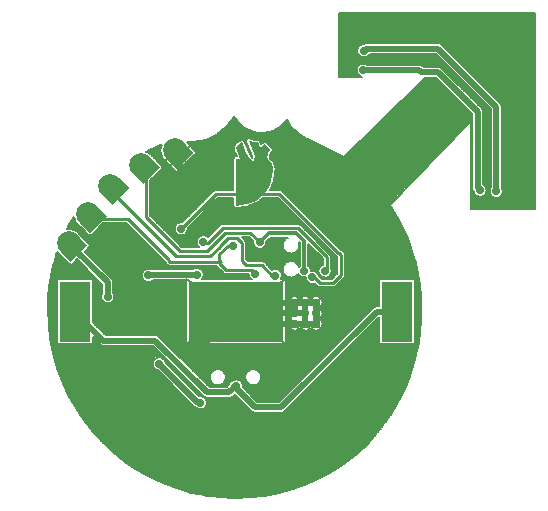
<source format=gbl>
G04 DipTrace 2.4.0.2*
%INmale.gbl*%
%MOMM*%
%ADD13C,0.508*%
%ADD15C,0.254*%
%ADD16C,0.305*%
%ADD18C,0.152*%
%ADD25C,0.711*%
%ADD37R,2.6X5.08*%
%ADD38R,8.0X5.08*%
%ADD43C,2.0*%
%ADD45C,0.711*%
%FSLAX53Y53*%
G04*
G71*
G90*
G75*
G01*
%LNBottom*%
%LPD*%
X23621Y18798D2*
D13*
X23429D1*
X20129Y22097D1*
X23341Y29645D2*
X19268D1*
X19196Y29573D1*
X15780Y27784D2*
Y28979D1*
X12907Y31852D1*
X12465Y32294D1*
X26024Y24464D2*
X26620Y25060D1*
Y26485D1*
X32496Y26365D2*
X26740D1*
X26620Y26485D1*
X32496Y26365D2*
X31596D1*
Y27265D1*
X32496D1*
X33396D1*
Y26365D1*
Y25465D1*
X32496D1*
X31596D1*
X22166Y23698D2*
X23834D1*
X26620Y26485D1*
X29486Y25920D2*
X27186D1*
X26620Y26485D1*
X31596Y26365D2*
X29932D1*
X29486Y25920D1*
X32496Y26365D2*
Y27265D1*
X27400D1*
X26620Y26485D1*
X32496Y25465D2*
X27640D1*
X26620Y26485D1*
X32496Y25465D2*
Y26365D1*
X23235Y27836D2*
X25270D1*
X26620Y26485D1*
X21888Y39711D2*
X21446Y40153D1*
X21888Y39711D2*
Y36135D1*
X22725Y35299D1*
X26365Y32098D2*
D15*
X25926D1*
X25219Y31391D1*
Y30919D1*
Y30590D1*
X25815Y29994D1*
X27983D1*
X28260Y29717D1*
X14536Y34317D2*
X17500D1*
X20518Y31299D1*
X20563D1*
X20993Y30869D1*
Y30740D1*
X25398D1*
X25219Y30919D1*
X14536Y34317D2*
D13*
X14094Y34759D1*
X32403Y29978D2*
D16*
Y32451D1*
X31709Y33145D1*
X29386D1*
X28637Y32396D1*
X19021Y38487D2*
D15*
Y34515D1*
X21870Y31666D1*
X24204D1*
X25730Y33191D1*
X27841D1*
X28637Y32396D1*
X19021Y38487D2*
D13*
X18579Y38929D1*
X16422Y36725D2*
X15980Y37167D1*
X29959Y29562D2*
D15*
X29712D1*
X28842Y30433D1*
X27516D1*
X27143Y30806D1*
Y32339D1*
X26708Y32774D1*
X25983D1*
X25237Y32028D1*
Y31987D1*
X24470Y31220D1*
X23112D1*
X23091Y31241D1*
X21513D1*
X16029Y36725D1*
X16422D1*
X40260Y26485D2*
D13*
X38541D1*
X30476Y18421D1*
X28240D1*
X26445Y20215D1*
X26663D1*
X26596D1*
X26056Y19676D1*
X24203D1*
X19817Y24062D1*
X15404D1*
X12980Y26485D1*
X37407Y46948D2*
X42139D1*
X42322Y46764D1*
X43747D1*
X47100Y43411D1*
Y36979D1*
X47284Y36795D1*
X48662Y36703D2*
Y43870D1*
X43747Y48786D1*
X37636D1*
X37453Y48602D1*
X23868Y32435D2*
D15*
Y32347D1*
X24241D1*
X25507Y33613D1*
X31861D1*
X34310Y31164D1*
Y30100D1*
X34171Y29961D1*
X33090Y29407D2*
X33256D1*
X33755Y28907D1*
X34865D1*
X35558Y29601D1*
Y31292D1*
X35392Y31459D1*
X35308D1*
X30289Y36478D1*
X27803D1*
X24939D1*
X21992Y33531D1*
X27803Y36478D2*
D13*
Y38624D1*
X28198Y38229D1*
D45*
X26024Y24464D3*
X29959Y29562D3*
X15780Y27784D3*
X22725Y35299D3*
X26365Y32098D3*
X28637Y32396D3*
X32403Y29978D3*
X28260Y29717D3*
X29486Y25920D3*
X20129Y22097D3*
X19985Y19733D3*
X22166Y23698D3*
X23621Y18798D3*
X26663Y20215D3*
X37453Y48602D3*
X37407Y46948D3*
X47284Y36795D3*
X48662Y36703D3*
X23868Y32435D3*
X21992Y33531D3*
X23341Y29645D3*
X23235Y27836D3*
X34171Y29961D3*
X33090Y29407D3*
X19196Y29573D3*
X35373Y51635D2*
D18*
X51904D1*
X35373Y51486D2*
X51904D1*
X35373Y51337D2*
X51904D1*
X35373Y51188D2*
X51904D1*
X35373Y51039D2*
X51904D1*
X35373Y50890D2*
X51904D1*
X35373Y50740D2*
X51904D1*
X35373Y50591D2*
X51904D1*
X35373Y50442D2*
X51904D1*
X35373Y50293D2*
X51904D1*
X35373Y50144D2*
X51904D1*
X35373Y49995D2*
X51904D1*
X35373Y49846D2*
X51904D1*
X35373Y49697D2*
X51904D1*
X35373Y49548D2*
X51904D1*
X35373Y49399D2*
X51904D1*
X35373Y49250D2*
X51904D1*
X35373Y49101D2*
X37174D1*
X44100D2*
X51904D1*
X35373Y48952D2*
X36995D1*
X44250D2*
X51904D1*
X35373Y48803D2*
X36909D1*
X44400D2*
X51904D1*
X35373Y48654D2*
X36876D1*
X44548D2*
X51904D1*
X35373Y48504D2*
X36881D1*
X44698D2*
X51904D1*
X35373Y48355D2*
X36928D1*
X44846D2*
X51904D1*
X35373Y48206D2*
X37036D1*
X37871D2*
X43655D1*
X44996D2*
X51904D1*
X35373Y48057D2*
X37288D1*
X37616D2*
X43805D1*
X45146D2*
X51904D1*
X35373Y47908D2*
X43953D1*
X45293D2*
X51904D1*
X35373Y47759D2*
X44103D1*
X45443D2*
X51904D1*
X35373Y47610D2*
X44253D1*
X45591D2*
X51904D1*
X35373Y47461D2*
X37157D1*
X37657D2*
X44401D1*
X45741D2*
X51904D1*
X35373Y47312D2*
X36959D1*
X42440D2*
X44551D1*
X45891D2*
X51904D1*
X35373Y47163D2*
X36869D1*
X43998D2*
X44698D1*
X46039D2*
X51904D1*
X35373Y47014D2*
X36831D1*
X44167D2*
X44848D1*
X46189D2*
X51904D1*
X35373Y46865D2*
X36833D1*
X44317D2*
X44998D1*
X46336D2*
X51904D1*
X35373Y46716D2*
X36876D1*
X44465D2*
X45146D1*
X46486D2*
X51904D1*
X35373Y46567D2*
X36976D1*
X44615D2*
X45296D1*
X46636D2*
X51904D1*
X35373Y46418D2*
X37197D1*
X44762D2*
X45444D1*
X46784D2*
X51904D1*
X42693Y46268D2*
X43572D1*
X44912D2*
X45594D1*
X46934D2*
X51904D1*
X42538Y46119D2*
X43722D1*
X45062D2*
X45744D1*
X47082D2*
X51904D1*
X42386Y45970D2*
X43870D1*
X45210D2*
X45891D1*
X47232D2*
X51904D1*
X42231Y45821D2*
X44020D1*
X45360D2*
X46041D1*
X47382D2*
X51904D1*
X42079Y45672D2*
X44167D1*
X45508D2*
X46189D1*
X47529D2*
X51904D1*
X41924Y45523D2*
X44317D1*
X45658D2*
X46339D1*
X47679D2*
X51904D1*
X41771Y45374D2*
X44467D1*
X45808D2*
X46489D1*
X47827D2*
X51904D1*
X41619Y45225D2*
X44615D1*
X45955D2*
X46637D1*
X47977D2*
X51904D1*
X41464Y45076D2*
X44765D1*
X46105D2*
X46787D1*
X48127D2*
X51904D1*
X41312Y44927D2*
X44913D1*
X46253D2*
X46934D1*
X48275D2*
X51904D1*
X41157Y44778D2*
X45063D1*
X46403D2*
X47084D1*
X48425D2*
X51904D1*
X41005Y44629D2*
X45213D1*
X46553D2*
X47234D1*
X48572D2*
X51904D1*
X40850Y44480D2*
X45360D1*
X46701D2*
X47382D1*
X48722D2*
X51904D1*
X40697Y44331D2*
X45510D1*
X46851D2*
X47532D1*
X48872D2*
X51904D1*
X40545Y44182D2*
X45658D1*
X46998D2*
X47680D1*
X49020D2*
X51904D1*
X40390Y44032D2*
X45808D1*
X47148D2*
X47830D1*
X49110D2*
X51904D1*
X40238Y43883D2*
X45958D1*
X47298D2*
X47980D1*
X49139D2*
X51904D1*
X40083Y43734D2*
X46106D1*
X47446D2*
X48127D1*
X49141D2*
X51904D1*
X39931Y43585D2*
X46256D1*
X47544D2*
X48185D1*
X49141D2*
X51904D1*
X39776Y43436D2*
X46403D1*
X47577D2*
X48185D1*
X49141D2*
X51904D1*
X39623Y43287D2*
X46553D1*
X47579D2*
X48185D1*
X49141D2*
X51904D1*
X39471Y43138D2*
X46622D1*
X47579D2*
X48185D1*
X49141D2*
X51904D1*
X39316Y42989D2*
X46622D1*
X47579D2*
X48185D1*
X49141D2*
X51904D1*
X26353Y42840D2*
X26568D1*
X39164D2*
X46622D1*
X47579D2*
X48185D1*
X49141D2*
X51904D1*
X26238Y42691D2*
X26670D1*
X30887D2*
X30994D1*
X39009D2*
X46622D1*
X47579D2*
X48185D1*
X49141D2*
X51904D1*
X26124Y42542D2*
X26791D1*
X30768D2*
X31087D1*
X38857D2*
X46389D1*
X46524D2*
X46622D1*
X47579D2*
X48185D1*
X49141D2*
X51904D1*
X26010Y42393D2*
X26932D1*
X30627D2*
X31178D1*
X38702D2*
X46244D1*
X47579D2*
X48185D1*
X49141D2*
X51904D1*
X25896Y42244D2*
X27099D1*
X30460D2*
X31271D1*
X38550D2*
X46099D1*
X47579D2*
X48185D1*
X49141D2*
X51904D1*
X25726Y42095D2*
X27299D1*
X30260D2*
X31385D1*
X38397D2*
X45953D1*
X47579D2*
X48185D1*
X49141D2*
X51904D1*
X25543Y41946D2*
X27549D1*
X30010D2*
X31523D1*
X38242D2*
X45808D1*
X47579D2*
X48185D1*
X49141D2*
X51904D1*
X25360Y41796D2*
X27889D1*
X29670D2*
X31663D1*
X38090D2*
X45663D1*
X47579D2*
X48185D1*
X49141D2*
X51904D1*
X25176Y41647D2*
X28677D1*
X28882D2*
X31802D1*
X37935D2*
X45520D1*
X47579D2*
X48185D1*
X49141D2*
X51904D1*
X24960Y41498D2*
X32002D1*
X37783D2*
X45375D1*
X47579D2*
X48185D1*
X49141D2*
X51904D1*
X24650Y41349D2*
X32211D1*
X37628D2*
X45229D1*
X47579D2*
X48185D1*
X49141D2*
X51904D1*
X24343Y41200D2*
X32421D1*
X37476D2*
X45084D1*
X47579D2*
X48185D1*
X49141D2*
X51904D1*
X23976Y41051D2*
X27484D1*
X28603D2*
X32754D1*
X37321D2*
X44939D1*
X47579D2*
X48185D1*
X49141D2*
X51904D1*
X23298Y40902D2*
X26801D1*
X27367D2*
X27491D1*
X28708D2*
X33083D1*
X37168D2*
X44796D1*
X47579D2*
X48185D1*
X49141D2*
X51904D1*
X22571Y40753D2*
X26646D1*
X27429D2*
X27556D1*
X29358D2*
X33380D1*
X37016D2*
X44651D1*
X47579D2*
X48185D1*
X49141D2*
X51904D1*
X22719Y40604D2*
X26520D1*
X27491D2*
X27618D1*
X29482D2*
X33678D1*
X36861D2*
X44506D1*
X47579D2*
X48185D1*
X49141D2*
X51904D1*
X19878Y40455D2*
X20260D1*
X22869D2*
X26415D1*
X27553D2*
X27680D1*
X29606D2*
X33976D1*
X36709D2*
X44360D1*
X47579D2*
X48185D1*
X49141D2*
X51904D1*
X19509Y40306D2*
X20231D1*
X23017D2*
X26420D1*
X27615D2*
X27742D1*
X29727D2*
X34276D1*
X36554D2*
X44215D1*
X47579D2*
X48185D1*
X49141D2*
X51904D1*
X19190Y40157D2*
X20222D1*
X23167D2*
X26479D1*
X27677D2*
X27806D1*
X29760D2*
X34573D1*
X36402D2*
X44070D1*
X47579D2*
X48185D1*
X49141D2*
X51904D1*
X19140Y40008D2*
X20231D1*
X23260D2*
X26537D1*
X27746D2*
X27868D1*
X29665D2*
X34871D1*
X36247D2*
X43927D1*
X47579D2*
X48185D1*
X49141D2*
X51904D1*
X19366Y39859D2*
X20257D1*
X23226D2*
X26596D1*
X27827D2*
X27929D1*
X29560D2*
X35169D1*
X36094D2*
X43782D1*
X47579D2*
X48185D1*
X49141D2*
X51904D1*
X19523Y39710D2*
X20305D1*
X23081D2*
X26653D1*
X27908D2*
X27992D1*
X29520D2*
X35466D1*
X35942D2*
X43636D1*
X47579D2*
X48185D1*
X49141D2*
X51904D1*
X19673Y39560D2*
X20376D1*
X22933D2*
X26415D1*
X29534D2*
X43491D1*
X47579D2*
X48185D1*
X49141D2*
X51904D1*
X19821Y39411D2*
X20476D1*
X22783D2*
X26394D1*
X29596D2*
X43346D1*
X47579D2*
X48185D1*
X49141D2*
X51904D1*
X19971Y39262D2*
X20612D1*
X22633D2*
X26394D1*
X29746D2*
X43203D1*
X47579D2*
X48185D1*
X49141D2*
X51904D1*
X20119Y39113D2*
X20760D1*
X22486D2*
X26394D1*
X29872D2*
X43058D1*
X47579D2*
X48185D1*
X49141D2*
X51904D1*
X20269Y38964D2*
X20910D1*
X22336D2*
X26394D1*
X29925D2*
X42912D1*
X47579D2*
X48185D1*
X49141D2*
X51904D1*
X20385Y38815D2*
X21060D1*
X22188D2*
X26394D1*
X29977D2*
X42767D1*
X47579D2*
X48185D1*
X49141D2*
X51904D1*
X20376Y38666D2*
X21207D1*
X22038D2*
X26394D1*
X30001D2*
X42622D1*
X47579D2*
X48185D1*
X49141D2*
X51904D1*
X20245Y38517D2*
X21357D1*
X21888D2*
X26394D1*
X29991D2*
X42477D1*
X47579D2*
X48185D1*
X49141D2*
X51904D1*
X20097Y38368D2*
X21529D1*
X21716D2*
X26394D1*
X29982D2*
X42334D1*
X47579D2*
X48185D1*
X49141D2*
X51904D1*
X19947Y38219D2*
X26394D1*
X29965D2*
X42189D1*
X47579D2*
X48185D1*
X49141D2*
X51904D1*
X19797Y38070D2*
X26394D1*
X29937D2*
X42043D1*
X47579D2*
X48185D1*
X49141D2*
X51904D1*
X19650Y37921D2*
X26394D1*
X29906D2*
X41898D1*
X47579D2*
X48185D1*
X49141D2*
X51904D1*
X19500Y37772D2*
X26394D1*
X29875D2*
X41753D1*
X47579D2*
X48185D1*
X49141D2*
X51904D1*
X19371Y37623D2*
X26394D1*
X29844D2*
X41610D1*
X47579D2*
X48185D1*
X49141D2*
X51904D1*
X19371Y37474D2*
X26394D1*
X29808D2*
X41465D1*
X47579D2*
X48185D1*
X49141D2*
X51904D1*
X19371Y37324D2*
X26394D1*
X29748D2*
X41319D1*
X47579D2*
X48185D1*
X49141D2*
X51904D1*
X19371Y37175D2*
X26394D1*
X29689D2*
X41174D1*
X47717D2*
X48185D1*
X49141D2*
X51904D1*
X19371Y37026D2*
X26394D1*
X29608D2*
X41029D1*
X47815D2*
X48185D1*
X49141D2*
X51904D1*
X19371Y36877D2*
X26394D1*
X29525D2*
X40884D1*
X46548D2*
X46634D1*
X47858D2*
X48111D1*
X49215D2*
X51904D1*
X19371Y36728D2*
X24701D1*
X30529D2*
X40741D1*
X46548D2*
X46696D1*
X47860D2*
X48082D1*
X49241D2*
X51904D1*
X19371Y36579D2*
X24551D1*
X30679D2*
X40596D1*
X46548D2*
X46746D1*
X47820D2*
X48096D1*
X49227D2*
X51904D1*
X19371Y36430D2*
X24401D1*
X30827D2*
X40450D1*
X46548D2*
X46839D1*
X47729D2*
X48154D1*
X49172D2*
X51904D1*
X19371Y36281D2*
X24253D1*
X30977D2*
X40305D1*
X46548D2*
X47034D1*
X47532D2*
X48273D1*
X49053D2*
X51904D1*
X19371Y36132D2*
X24103D1*
X25084D2*
X26394D1*
X28925D2*
X30144D1*
X31125D2*
X40160D1*
X46548D2*
X51904D1*
X19371Y35983D2*
X23953D1*
X24934D2*
X26394D1*
X28741D2*
X30294D1*
X31275D2*
X40017D1*
X46548D2*
X51904D1*
X19371Y35834D2*
X23805D1*
X24786D2*
X26394D1*
X28555D2*
X30444D1*
X31425D2*
X39872D1*
X46548D2*
X51904D1*
X19371Y35685D2*
X23655D1*
X24636D2*
X26394D1*
X28313D2*
X30592D1*
X31572D2*
X39726D1*
X46548D2*
X51904D1*
X19371Y35536D2*
X23508D1*
X24488D2*
X26394D1*
X27946D2*
X30742D1*
X31722D2*
X39710D1*
X46548D2*
X51904D1*
X19371Y35387D2*
X23358D1*
X24338D2*
X26410D1*
X27477D2*
X30890D1*
X31870D2*
X39793D1*
X46548D2*
X51904D1*
X19371Y35238D2*
X23208D1*
X24188D2*
X31040D1*
X32020D2*
X39879D1*
X46548D2*
X51904D1*
X19371Y35088D2*
X23060D1*
X24041D2*
X31190D1*
X32170D2*
X39964D1*
X19371Y34939D2*
X22910D1*
X23891D2*
X31337D1*
X32318D2*
X40048D1*
X19371Y34790D2*
X22762D1*
X23743D2*
X31487D1*
X32468D2*
X40134D1*
X19385Y34641D2*
X22612D1*
X23593D2*
X31635D1*
X32615D2*
X40217D1*
X19533Y34492D2*
X22462D1*
X23443D2*
X31785D1*
X32765D2*
X40303D1*
X12787Y34343D2*
X12944D1*
X19683D2*
X22315D1*
X23295D2*
X31935D1*
X32915D2*
X40386D1*
X12696Y34194D2*
X13009D1*
X19833D2*
X22165D1*
X23145D2*
X32083D1*
X33063D2*
X40465D1*
X12608Y34045D2*
X13104D1*
X19981D2*
X21743D1*
X22998D2*
X32233D1*
X33213D2*
X40538D1*
X12522Y33896D2*
X13233D1*
X15309D2*
X17431D1*
X20131D2*
X21546D1*
X22848D2*
X25310D1*
X32058D2*
X32380D1*
X33361D2*
X40612D1*
X12449Y33747D2*
X13380D1*
X15159D2*
X17581D1*
X20278D2*
X21455D1*
X22698D2*
X25151D1*
X32218D2*
X32530D1*
X33511D2*
X40684D1*
X12372Y33598D2*
X13530D1*
X15011D2*
X17728D1*
X20428D2*
X21417D1*
X22567D2*
X25001D1*
X32368D2*
X32680D1*
X33661D2*
X40757D1*
X12837Y33449D2*
X13680D1*
X14861D2*
X17878D1*
X20578D2*
X21417D1*
X22567D2*
X24851D1*
X32515D2*
X32828D1*
X33808D2*
X40831D1*
X13151Y33300D2*
X13828D1*
X14713D2*
X18028D1*
X20726D2*
X21462D1*
X22521D2*
X24703D1*
X32665D2*
X32978D1*
X33958D2*
X40898D1*
X13332Y33151D2*
X13978D1*
X14563D2*
X18176D1*
X20876D2*
X21560D1*
X22424D2*
X24553D1*
X32813D2*
X33126D1*
X34106D2*
X40960D1*
X13482Y33002D2*
X14130D1*
X14411D2*
X18326D1*
X21024D2*
X21779D1*
X22205D2*
X24405D1*
X32963D2*
X33276D1*
X34256D2*
X41022D1*
X13632Y32852D2*
X18474D1*
X21174D2*
X23474D1*
X27120D2*
X27689D1*
X33113D2*
X33426D1*
X34406D2*
X41084D1*
X13780Y32703D2*
X18624D1*
X21324D2*
X23358D1*
X27270D2*
X27839D1*
X29470D2*
X30847D1*
X33261D2*
X33573D1*
X34554D2*
X41146D1*
X13930Y32554D2*
X18774D1*
X21471D2*
X23300D1*
X27417D2*
X27987D1*
X29322D2*
X30699D1*
X33411D2*
X33723D1*
X34704D2*
X41210D1*
X14077Y32405D2*
X18921D1*
X21621D2*
X23289D1*
X27489D2*
X28056D1*
X29217D2*
X30613D1*
X33558D2*
X33871D1*
X34851D2*
X41265D1*
X14227Y32256D2*
X19071D1*
X21769D2*
X23317D1*
X27493D2*
X28075D1*
X29198D2*
X30570D1*
X33708D2*
X34021D1*
X35001D2*
X41317D1*
X14280Y32107D2*
X19219D1*
X21919D2*
X23393D1*
X27493D2*
X28137D1*
X29136D2*
X30561D1*
X32780D2*
X32877D1*
X33858D2*
X34171D1*
X35151D2*
X41369D1*
X14208Y31958D2*
X19369D1*
X27493D2*
X28265D1*
X29008D2*
X30582D1*
X32780D2*
X33026D1*
X34006D2*
X34319D1*
X35299D2*
X41422D1*
X14058Y31809D2*
X19519D1*
X27493D2*
X30639D1*
X31930D2*
X32025D1*
X32780D2*
X33176D1*
X34156D2*
X34469D1*
X35449D2*
X41474D1*
X13911Y31660D2*
X19667D1*
X27493D2*
X30744D1*
X31827D2*
X32025D1*
X32780D2*
X33323D1*
X34304D2*
X34616D1*
X35680D2*
X41527D1*
X13918Y31511D2*
X19817D1*
X27493D2*
X30935D1*
X31637D2*
X32025D1*
X32780D2*
X33473D1*
X34454D2*
X34766D1*
X35828D2*
X41574D1*
X11437Y31362D2*
X11673D1*
X14068D2*
X19964D1*
X27493D2*
X32025D1*
X32780D2*
X33623D1*
X34597D2*
X34916D1*
X35902D2*
X41617D1*
X11394Y31213D2*
X11820D1*
X14216D2*
X20114D1*
X27493D2*
X32025D1*
X32780D2*
X33771D1*
X34659D2*
X35064D1*
X35909D2*
X41660D1*
X11351Y31064D2*
X11970D1*
X14366D2*
X20264D1*
X27493D2*
X32025D1*
X32780D2*
X33921D1*
X34661D2*
X35207D1*
X35909D2*
X41700D1*
X11310Y30915D2*
X12118D1*
X14513D2*
X20457D1*
X27524D2*
X32025D1*
X32780D2*
X33959D1*
X34661D2*
X35207D1*
X35909D2*
X41743D1*
X11268Y30766D2*
X12268D1*
X13015D2*
X13323D1*
X14663D2*
X20605D1*
X28905D2*
X31016D1*
X31556D2*
X32025D1*
X32780D2*
X33959D1*
X34661D2*
X35207D1*
X35909D2*
X41786D1*
X11225Y30616D2*
X12418D1*
X12865D2*
X13473D1*
X14813D2*
X20664D1*
X29148D2*
X30780D1*
X31792D2*
X32025D1*
X32780D2*
X33959D1*
X34661D2*
X35207D1*
X35909D2*
X41827D1*
X11184Y30467D2*
X13621D1*
X14961D2*
X20781D1*
X29298D2*
X30661D1*
X31911D2*
X32025D1*
X32780D2*
X33907D1*
X34661D2*
X35207D1*
X35909D2*
X41860D1*
X11148Y30318D2*
X13771D1*
X15111D2*
X25001D1*
X29446D2*
X30594D1*
X32868D2*
X33718D1*
X34661D2*
X35207D1*
X35909D2*
X41893D1*
X11118Y30169D2*
X13918D1*
X15259D2*
X23117D1*
X23564D2*
X25148D1*
X29596D2*
X30563D1*
X32949D2*
X33630D1*
X34711D2*
X35207D1*
X35909D2*
X41927D1*
X11087Y30020D2*
X14068D1*
X15409D2*
X18836D1*
X23779D2*
X25298D1*
X30306D2*
X30566D1*
X32982D2*
X33595D1*
X34749D2*
X35207D1*
X35909D2*
X41960D1*
X11053Y29871D2*
X14218D1*
X15559D2*
X18702D1*
X23874D2*
X25448D1*
X30446D2*
X30599D1*
X33425D2*
X33599D1*
X34744D2*
X35207D1*
X35909D2*
X41993D1*
X11022Y29722D2*
X14366D1*
X15706D2*
X18636D1*
X23914D2*
X25603D1*
X30515D2*
X30673D1*
X34699D2*
X35190D1*
X35909D2*
X42024D1*
X10991Y29573D2*
X14516D1*
X15856D2*
X18617D1*
X23917D2*
X27699D1*
X30539D2*
X30799D1*
X31772D2*
X31994D1*
X33644D2*
X33747D1*
X34597D2*
X35040D1*
X35909D2*
X42050D1*
X10965Y29424D2*
X14664D1*
X16004D2*
X18636D1*
X23876D2*
X27763D1*
X30522D2*
X31066D1*
X31506D2*
X32280D1*
X33730D2*
X33983D1*
X34361D2*
X34890D1*
X35859D2*
X42074D1*
X10944Y29275D2*
X14814D1*
X16151D2*
X18702D1*
X23783D2*
X27894D1*
X30460D2*
X32525D1*
X33878D2*
X34742D1*
X35723D2*
X42098D1*
X10922Y29126D2*
X11456D1*
X14504D2*
X14964D1*
X16235D2*
X18836D1*
X19557D2*
X22396D1*
X30844D2*
X32585D1*
X35573D2*
X38736D1*
X41786D2*
X42122D1*
X10898Y28977D2*
X11456D1*
X14504D2*
X15111D1*
X16259D2*
X22396D1*
X30844D2*
X32709D1*
X35425D2*
X38736D1*
X41786D2*
X42146D1*
X10877Y28828D2*
X11456D1*
X14504D2*
X15261D1*
X16259D2*
X22396D1*
X30844D2*
X33345D1*
X35275D2*
X38736D1*
X41786D2*
X42170D1*
X10856Y28679D2*
X11456D1*
X14504D2*
X15302D1*
X16259D2*
X22396D1*
X30844D2*
X33495D1*
X35125D2*
X38736D1*
X41786D2*
X42191D1*
X10837Y28530D2*
X11456D1*
X14504D2*
X15302D1*
X16259D2*
X22396D1*
X30844D2*
X38736D1*
X41786D2*
X42205D1*
X10827Y28380D2*
X11456D1*
X14504D2*
X15302D1*
X16259D2*
X22396D1*
X30844D2*
X38736D1*
X41786D2*
X42220D1*
X10815Y28231D2*
X11456D1*
X14504D2*
X15302D1*
X16259D2*
X22396D1*
X30844D2*
X38736D1*
X41786D2*
X42234D1*
X10803Y28082D2*
X11456D1*
X14504D2*
X15285D1*
X16273D2*
X22396D1*
X30844D2*
X38736D1*
X41786D2*
X42250D1*
X10791Y27933D2*
X11456D1*
X14504D2*
X15221D1*
X16340D2*
X22396D1*
X30844D2*
X38736D1*
X41786D2*
X42265D1*
X10779Y27784D2*
X11456D1*
X14504D2*
X15199D1*
X16359D2*
X22396D1*
X30844D2*
X31359D1*
X31834D2*
X32259D1*
X32735D2*
X33159D1*
X33635D2*
X38736D1*
X41786D2*
X42279D1*
X10767Y27635D2*
X11456D1*
X14504D2*
X15219D1*
X16340D2*
X22396D1*
X30844D2*
X31154D1*
X33837D2*
X38736D1*
X41786D2*
X42286D1*
X10765Y27486D2*
X11456D1*
X14504D2*
X15285D1*
X16275D2*
X22396D1*
X30844D2*
X31061D1*
X33930D2*
X38736D1*
X41786D2*
X42291D1*
X10763Y27337D2*
X11456D1*
X14504D2*
X15419D1*
X16140D2*
X22396D1*
X30844D2*
X31020D1*
X33970D2*
X38736D1*
X41786D2*
X42298D1*
X10760Y27188D2*
X11456D1*
X14504D2*
X22396D1*
X30844D2*
X31023D1*
X33970D2*
X38736D1*
X41786D2*
X42303D1*
X10758Y27039D2*
X11456D1*
X14504D2*
X22396D1*
X30844D2*
X31063D1*
X33928D2*
X38736D1*
X41786D2*
X42310D1*
X10758Y26890D2*
X11456D1*
X14504D2*
X22396D1*
X30844D2*
X31159D1*
X33832D2*
X38300D1*
X41786D2*
X42315D1*
X10756Y26741D2*
X11456D1*
X14504D2*
X22396D1*
X30844D2*
X31159D1*
X33832D2*
X38126D1*
X41786D2*
X42317D1*
X10758Y26592D2*
X11456D1*
X14504D2*
X22396D1*
X30844D2*
X31063D1*
X33928D2*
X37979D1*
X41786D2*
X42315D1*
X10763Y26443D2*
X11456D1*
X14504D2*
X22396D1*
X30844D2*
X31023D1*
X33970D2*
X37828D1*
X41786D2*
X42312D1*
X10767Y26294D2*
X11456D1*
X14504D2*
X22396D1*
X30844D2*
X31020D1*
X33970D2*
X37678D1*
X41786D2*
X42310D1*
X10772Y26144D2*
X11456D1*
X14504D2*
X22396D1*
X30844D2*
X31061D1*
X33930D2*
X37531D1*
X41786D2*
X42305D1*
X10779Y25995D2*
X11456D1*
X14504D2*
X22396D1*
X30844D2*
X31154D1*
X33837D2*
X37381D1*
X41786D2*
X42303D1*
X10784Y25846D2*
X11456D1*
X14504D2*
X22396D1*
X30844D2*
X31163D1*
X33828D2*
X37233D1*
X38571D2*
X38736D1*
X41786D2*
X42300D1*
X10789Y25697D2*
X11456D1*
X14504D2*
X22396D1*
X30844D2*
X31066D1*
X33925D2*
X37083D1*
X38423D2*
X38736D1*
X41786D2*
X42289D1*
X10794Y25548D2*
X11456D1*
X14587D2*
X22396D1*
X30844D2*
X31023D1*
X33970D2*
X36933D1*
X38273D2*
X38736D1*
X41786D2*
X42277D1*
X10803Y25399D2*
X11456D1*
X14737D2*
X22396D1*
X30844D2*
X31020D1*
X33973D2*
X36786D1*
X38126D2*
X38736D1*
X41786D2*
X42265D1*
X10820Y25250D2*
X11456D1*
X14885D2*
X22396D1*
X30844D2*
X31059D1*
X33932D2*
X36635D1*
X37976D2*
X38736D1*
X41786D2*
X42253D1*
X10837Y25101D2*
X11456D1*
X15035D2*
X22396D1*
X30844D2*
X31149D1*
X33842D2*
X36488D1*
X37826D2*
X38736D1*
X41786D2*
X42241D1*
X10853Y24952D2*
X11456D1*
X15185D2*
X22396D1*
X30844D2*
X31347D1*
X31846D2*
X32247D1*
X32746D2*
X33147D1*
X33647D2*
X36338D1*
X37678D2*
X38736D1*
X41786D2*
X42229D1*
X10870Y24803D2*
X11456D1*
X15332D2*
X22396D1*
X30844D2*
X36188D1*
X37528D2*
X38736D1*
X41786D2*
X42215D1*
X10889Y24654D2*
X11456D1*
X15482D2*
X22396D1*
X30844D2*
X36040D1*
X37380D2*
X38736D1*
X41786D2*
X42193D1*
X10906Y24505D2*
X11456D1*
X19969D2*
X22396D1*
X30844D2*
X35890D1*
X37230D2*
X38736D1*
X41786D2*
X42174D1*
X10922Y24356D2*
X11456D1*
X20192D2*
X22396D1*
X30844D2*
X35743D1*
X37080D2*
X38736D1*
X41786D2*
X42153D1*
X10939Y24207D2*
X11456D1*
X14504D2*
X14591D1*
X20342D2*
X22396D1*
X30844D2*
X35592D1*
X36933D2*
X38736D1*
X41786D2*
X42131D1*
X10968Y24058D2*
X11456D1*
X14504D2*
X14738D1*
X20490D2*
X22396D1*
X30844D2*
X35442D1*
X36783D2*
X38736D1*
X41786D2*
X42110D1*
X10996Y23908D2*
X11456D1*
X14504D2*
X14888D1*
X20640D2*
X22396D1*
X30844D2*
X35295D1*
X36635D2*
X38736D1*
X41786D2*
X42089D1*
X11025Y23759D2*
X11456D1*
X14504D2*
X15038D1*
X20790D2*
X22396D1*
X30844D2*
X35145D1*
X36485D2*
X38736D1*
X41786D2*
X42062D1*
X11053Y23610D2*
X15288D1*
X20938D2*
X34997D1*
X36335D2*
X42031D1*
X11084Y23461D2*
X19748D1*
X21088D2*
X34847D1*
X36187D2*
X42000D1*
X11113Y23312D2*
X19898D1*
X21235D2*
X34697D1*
X36037D2*
X41972D1*
X11141Y23163D2*
X20045D1*
X21385D2*
X34550D1*
X35890D2*
X41941D1*
X11170Y23014D2*
X20195D1*
X21535D2*
X34399D1*
X35740D2*
X41910D1*
X11208Y22865D2*
X20343D1*
X21683D2*
X34252D1*
X35590D2*
X41877D1*
X11248Y22716D2*
X20493D1*
X21833D2*
X34102D1*
X35442D2*
X41836D1*
X11291Y22567D2*
X19800D1*
X20459D2*
X20643D1*
X21981D2*
X33952D1*
X35292D2*
X41798D1*
X11332Y22418D2*
X19650D1*
X20609D2*
X20791D1*
X22131D2*
X33804D1*
X35144D2*
X41758D1*
X11375Y22269D2*
X19576D1*
X20683D2*
X20941D1*
X22281D2*
X33654D1*
X34994D2*
X41719D1*
X11415Y22120D2*
X19550D1*
X20778D2*
X21088D1*
X22428D2*
X33507D1*
X34844D2*
X41679D1*
X11456Y21971D2*
X19564D1*
X20926D2*
X21238D1*
X22578D2*
X33357D1*
X34697D2*
X41638D1*
X11499Y21822D2*
X19621D1*
X21076D2*
X21388D1*
X22726D2*
X33206D1*
X34547D2*
X41591D1*
X11549Y21672D2*
X19743D1*
X21224D2*
X21536D1*
X22876D2*
X33059D1*
X34399D2*
X41541D1*
X11603Y21523D2*
X20033D1*
X21374D2*
X21686D1*
X23026D2*
X24686D1*
X25491D2*
X27687D1*
X28491D2*
X32909D1*
X34249D2*
X41491D1*
X11656Y21374D2*
X20183D1*
X21524D2*
X21834D1*
X23174D2*
X24529D1*
X25648D2*
X27530D1*
X28648D2*
X32761D1*
X34099D2*
X41443D1*
X11710Y21225D2*
X20331D1*
X21671D2*
X21984D1*
X23324D2*
X24443D1*
X25736D2*
X27444D1*
X28734D2*
X32611D1*
X33951D2*
X41393D1*
X11765Y21076D2*
X20481D1*
X21821D2*
X22134D1*
X23471D2*
X24401D1*
X25779D2*
X27399D1*
X28779D2*
X32461D1*
X33801D2*
X41343D1*
X11820Y20927D2*
X20629D1*
X21969D2*
X22281D1*
X23621D2*
X24391D1*
X25788D2*
X27389D1*
X28789D2*
X32314D1*
X33654D2*
X41286D1*
X11875Y20778D2*
X20779D1*
X22119D2*
X22431D1*
X23771D2*
X24415D1*
X25765D2*
X26603D1*
X26724D2*
X27413D1*
X28765D2*
X32163D1*
X33504D2*
X41227D1*
X11927Y20629D2*
X20929D1*
X22269D2*
X22579D1*
X23919D2*
X24474D1*
X25703D2*
X26222D1*
X27062D2*
X27475D1*
X28703D2*
X32016D1*
X33354D2*
X41167D1*
X11994Y20480D2*
X21076D1*
X22417D2*
X22729D1*
X24069D2*
X24586D1*
X25593D2*
X26048D1*
X27177D2*
X27584D1*
X28594D2*
X31866D1*
X33206D2*
X41107D1*
X12061Y20331D2*
X21226D1*
X22567D2*
X22879D1*
X24217D2*
X24803D1*
X25376D2*
X25982D1*
X27231D2*
X27803D1*
X28377D2*
X31716D1*
X33056D2*
X41048D1*
X12130Y20182D2*
X21374D1*
X22714D2*
X23027D1*
X24367D2*
X25894D1*
X27241D2*
X31568D1*
X32908D2*
X40991D1*
X12196Y20033D2*
X21524D1*
X22864D2*
X23177D1*
X27298D2*
X31418D1*
X32758D2*
X40922D1*
X12265Y19884D2*
X21674D1*
X23014D2*
X23324D1*
X27446D2*
X31271D1*
X32608D2*
X40853D1*
X12334Y19735D2*
X21822D1*
X23162D2*
X23474D1*
X27596D2*
X31121D1*
X32461D2*
X40781D1*
X12401Y19586D2*
X21972D1*
X23312D2*
X23624D1*
X27743D2*
X30970D1*
X32311D2*
X40712D1*
X12472Y19436D2*
X22119D1*
X23460D2*
X23772D1*
X27893D2*
X30823D1*
X32163D2*
X40643D1*
X12556Y19287D2*
X22269D1*
X26324D2*
X26703D1*
X28043D2*
X30673D1*
X32013D2*
X40574D1*
X12637Y19138D2*
X22419D1*
X24086D2*
X26851D1*
X28191D2*
X30525D1*
X31863D2*
X40493D1*
X12720Y18989D2*
X22567D1*
X24167D2*
X27001D1*
X28341D2*
X30375D1*
X31715D2*
X40412D1*
X12803Y18840D2*
X22717D1*
X24200D2*
X27151D1*
X31565D2*
X40331D1*
X12884Y18691D2*
X22865D1*
X24191D2*
X27299D1*
X31418D2*
X40250D1*
X12968Y18542D2*
X23015D1*
X24141D2*
X27449D1*
X31268D2*
X40169D1*
X13051Y18393D2*
X23189D1*
X24029D2*
X27596D1*
X31118D2*
X40086D1*
X13149Y18244D2*
X23498D1*
X23745D2*
X27746D1*
X30970D2*
X39993D1*
X13246Y18095D2*
X27896D1*
X30820D2*
X39900D1*
X13346Y17946D2*
X39807D1*
X13444Y17797D2*
X39714D1*
X13542Y17648D2*
X39622D1*
X13642Y17499D2*
X39522D1*
X13739Y17350D2*
X39417D1*
X13856Y17200D2*
X39310D1*
X13970Y17051D2*
X39205D1*
X14087Y16902D2*
X39100D1*
X14204Y16753D2*
X38991D1*
X14320Y16604D2*
X38869D1*
X14437Y16455D2*
X38750D1*
X14561Y16306D2*
X38631D1*
X14697Y16157D2*
X38512D1*
X14835Y16008D2*
X38388D1*
X14970Y15859D2*
X38255D1*
X15106Y15710D2*
X38119D1*
X15244Y15561D2*
X37983D1*
X15385Y15412D2*
X37850D1*
X15544Y15263D2*
X37702D1*
X15704Y15114D2*
X37540D1*
X15863Y14964D2*
X37376D1*
X16023Y14815D2*
X37214D1*
X16182Y14666D2*
X37050D1*
X16356Y14517D2*
X36888D1*
X16544Y14368D2*
X36702D1*
X16730Y14219D2*
X36512D1*
X16918Y14070D2*
X36319D1*
X17106Y13921D2*
X36128D1*
X17302Y13772D2*
X35938D1*
X17523Y13623D2*
X35723D1*
X17745Y13474D2*
X35497D1*
X17964Y13325D2*
X35273D1*
X18185Y13176D2*
X35047D1*
X18430Y13027D2*
X34819D1*
X18695Y12878D2*
X34550D1*
X18959Y12728D2*
X34280D1*
X19221Y12579D2*
X34011D1*
X19511Y12430D2*
X33740D1*
X19831Y12281D2*
X33414D1*
X20150Y12132D2*
X33085D1*
X20469Y11983D2*
X32756D1*
X20864Y11834D2*
X32385D1*
X21262Y11685D2*
X31975D1*
X21659Y11536D2*
X31563D1*
X22178Y11387D2*
X31066D1*
X22698Y11238D2*
X30525D1*
X23367Y11089D2*
X29882D1*
X24112Y10940D2*
X29111D1*
X25336Y10791D2*
X27868D1*
X31255Y26815D2*
X31190Y26873D1*
X31132Y26944D1*
X31086Y27023D1*
X31054Y27108D1*
X31035Y27198D1*
X31032Y27289D1*
X31043Y27380D1*
X31069Y27467D1*
X31108Y27550D1*
X31160Y27625D1*
X31224Y27690D1*
X31297Y27745D1*
X31378Y27787D1*
X31465Y27815D1*
X31555Y27829D1*
X31647Y27828D1*
X31737Y27812D1*
X31823Y27783D1*
X31904Y27739D1*
X31976Y27684D1*
X32038Y27617D1*
X32046Y27607D1*
X32102Y27669D1*
X32172Y27728D1*
X32251Y27774D1*
X32336Y27807D1*
X32425Y27826D1*
X32516Y27830D1*
X32607Y27819D1*
X32695Y27794D1*
X32778Y27755D1*
X32853Y27703D1*
X32919Y27640D1*
X32946Y27607D1*
X33002Y27669D1*
X33072Y27728D1*
X33151Y27774D1*
X33236Y27807D1*
X33325Y27826D1*
X33416Y27830D1*
X33507Y27819D1*
X33595Y27794D1*
X33678Y27755D1*
X33753Y27703D1*
X33819Y27640D1*
X33874Y27567D1*
X33916Y27486D1*
X33945Y27400D1*
X33959Y27309D1*
Y27220D1*
X33945Y27130D1*
X33915Y27043D1*
X33873Y26962D1*
X33818Y26889D1*
X33752Y26826D1*
X33738Y26815D1*
X33809Y26751D1*
X33865Y26680D1*
X33910Y26600D1*
X33941Y26514D1*
X33958Y26425D1*
X33960Y26335D1*
X33948Y26244D1*
X33921Y26157D1*
X33881Y26075D1*
X33828Y26001D1*
X33763Y25936D1*
X33738Y25915D1*
X33809Y25851D1*
X33865Y25780D1*
X33910Y25700D1*
X33941Y25614D1*
X33958Y25525D1*
X33960Y25435D1*
X33948Y25344D1*
X33921Y25257D1*
X33881Y25175D1*
X33828Y25101D1*
X33763Y25036D1*
X33689Y24982D1*
X33608Y24942D1*
X33520Y24914D1*
X33430Y24901D1*
X33339Y24903D1*
X33249Y24920D1*
X33163Y24951D1*
X33083Y24995D1*
X33011Y25052D1*
X32946Y25124D1*
X32886Y25056D1*
X32815Y24999D1*
X32736Y24954D1*
X32650Y24922D1*
X32560Y24904D1*
X32469Y24901D1*
X32379Y24913D1*
X32291Y24939D1*
X32209Y24979D1*
X32134Y25032D1*
X32069Y25096D1*
X32046Y25124D1*
X31986Y25056D1*
X31915Y24999D1*
X31836Y24954D1*
X31750Y24922D1*
X31660Y24904D1*
X31569Y24901D1*
X31479Y24913D1*
X31391Y24939D1*
X31309Y24979D1*
X31234Y25032D1*
X31169Y25096D1*
X31115Y25169D1*
X31074Y25251D1*
X31046Y25338D1*
X31033Y25428D1*
X31034Y25519D1*
X31050Y25609D1*
X31080Y25695D1*
X31124Y25776D1*
X31180Y25848D1*
X31247Y25910D1*
X31255Y25916D1*
X31200Y25962D1*
X31141Y26031D1*
X31093Y26109D1*
X31058Y26194D1*
X31037Y26283D1*
X31031Y26374D1*
X31040Y26465D1*
X31063Y26553D1*
X31101Y26636D1*
X31151Y26713D1*
X31213Y26780D1*
X31255Y26816D1*
X31991Y32059D2*
X31979Y31984D1*
X31959Y31911D1*
X31931Y31840D1*
X31895Y31772D1*
X31853Y31709D1*
X31804Y31651D1*
X31749Y31598D1*
X31689Y31551D1*
X31624Y31511D1*
X31555Y31479D1*
X31483Y31454D1*
X31409Y31436D1*
X31334Y31427D1*
X31257Y31426D1*
X31182Y31433D1*
X31107Y31448D1*
X31034Y31472D1*
X30965Y31502D1*
X30899Y31540D1*
X30837Y31585D1*
X30781Y31636D1*
X30730Y31693D1*
X30686Y31756D1*
X30649Y31822D1*
X30619Y31892D1*
X30597Y31965D1*
X30582Y32040D1*
X30576Y32116D1*
X30578Y32192D1*
X30588Y32267D1*
X30606Y32341D1*
X30632Y32413D1*
X30666Y32481D1*
X30707Y32546D1*
X30754Y32605D1*
X30807Y32660D1*
X30866Y32708D1*
X30930Y32749D1*
X31000Y32785D1*
X29535Y32784D1*
X29199Y32447D1*
X29196Y32320D1*
X29181Y32245D1*
X29156Y32173D1*
X29121Y32105D1*
X29078Y32043D1*
X29026Y31987D1*
X28968Y31938D1*
X28903Y31898D1*
X28834Y31866D1*
X28761Y31845D1*
X28686Y31833D1*
X28609Y31831D1*
X28534Y31840D1*
X28460Y31859D1*
X28390Y31888D1*
X28323Y31926D1*
X28263Y31972D1*
X28209Y32026D1*
X28164Y32087D1*
X28126Y32153D1*
X28098Y32224D1*
X28080Y32298D1*
X28072Y32374D1*
X28079Y32480D1*
X27914Y32643D1*
X27700Y32857D1*
X27155Y32855D1*
X27100D1*
X27381Y32577D1*
X27428Y32518D1*
X27461Y32449D1*
X27477Y32372D1*
X27479Y32339D1*
Y30946D1*
X27655Y30769D1*
X28842D1*
X28917Y30761D1*
X28989Y30735D1*
X29055Y30693D1*
X29080Y30671D1*
X29691Y30060D1*
X29814Y30108D1*
X29888Y30123D1*
X29964Y30127D1*
X30040Y30122D1*
X30115Y30106D1*
X30186Y30080D1*
X30254Y30045D1*
X30316Y30001D1*
X30372Y29949D1*
X30420Y29890D1*
X30460Y29825D1*
X30490Y29755D1*
X30511Y29682D1*
X30524Y29562D1*
X30519Y29487D1*
X30504Y29412D1*
X30479Y29340D1*
X30444Y29272D1*
X30418Y29235D1*
X30830D1*
Y23736D1*
X22411D1*
Y29182D1*
X19605Y29181D1*
X19527Y29115D1*
X19463Y29075D1*
X19393Y29044D1*
X19320Y29022D1*
X19245Y29010D1*
X19169Y29009D1*
X19093Y29017D1*
X19020Y29036D1*
X18949Y29065D1*
X18883Y29103D1*
X18823Y29149D1*
X18769Y29203D1*
X18723Y29264D1*
X18686Y29330D1*
X18658Y29401D1*
X18640Y29475D1*
X18632Y29551D1*
X18634Y29627D1*
X18646Y29702D1*
X18669Y29775D1*
X18701Y29844D1*
X18742Y29908D1*
X18791Y29966D1*
X18847Y30017D1*
X18910Y30060D1*
X18978Y30094D1*
X19050Y30119D1*
X19125Y30133D1*
X19201Y30138D1*
X19277Y30132D1*
X19376Y30107D1*
X23018Y30108D1*
X23123Y30166D1*
X23195Y30191D1*
X23270Y30205D1*
X23346Y30210D1*
X23422Y30204D1*
X23496Y30188D1*
X23568Y30162D1*
X23635Y30127D1*
X23697Y30083D1*
X23753Y30031D1*
X23801Y29972D1*
X23841Y29907D1*
X23872Y29837D1*
X23893Y29764D1*
X23906Y29645D1*
X23901Y29569D1*
X23885Y29494D1*
X23860Y29422D1*
X23825Y29355D1*
X23782Y29292D1*
X23729Y29234D1*
X27968Y29235D1*
X27887Y29293D1*
X27833Y29347D1*
X27788Y29408D1*
X27750Y29475D1*
X27722Y29546D1*
X27700Y29660D1*
X26993Y29658D1*
X25815D1*
X25739Y29667D1*
X25667Y29692D1*
X25601Y29735D1*
X25577Y29757D1*
X24949Y30389D1*
X24865Y30403D1*
X20993D1*
X20918Y30412D1*
X20846Y30437D1*
X20782Y30478D1*
X20728Y30532D1*
X20689Y30597D1*
X20648Y30739D1*
X20403Y30983D1*
X20349Y31008D1*
X20301Y31042D1*
X19850Y31492D1*
X17359Y33983D1*
X16662Y33981D1*
X15378D1*
X14418Y33020D1*
X14356Y32977D1*
X14282Y32960D1*
X14207Y32969D1*
X14139Y33006D1*
X13638Y33505D1*
X13207Y33938D1*
X13110Y34056D1*
X13030Y34185D1*
X12966Y34323D1*
X12920Y34468D1*
X12901Y34564D1*
X12528Y33934D1*
X12302Y33490D1*
X12405Y33501D1*
X12557Y33499D1*
X12708Y33478D1*
X12855Y33438D1*
X12996Y33380D1*
X13128Y33305D1*
X13250Y33213D1*
X13374Y33095D1*
X14204Y32265D1*
X14247Y32202D1*
X14265Y32129D1*
X14255Y32054D1*
X14218Y31985D1*
X13825Y31590D1*
X15875Y29539D1*
X16107Y29307D1*
X16156Y29249D1*
X16195Y29183D1*
X16223Y29112D1*
X16239Y29038D1*
X16243Y28979D1*
Y28105D1*
X16280Y28046D1*
X16311Y27976D1*
X16332Y27903D1*
X16344Y27784D1*
X16339Y27708D1*
X16324Y27633D1*
X16299Y27561D1*
X16264Y27493D1*
X16221Y27431D1*
X16169Y27375D1*
X16111Y27326D1*
X16046Y27286D1*
X15977Y27254D1*
X15904Y27233D1*
X15829Y27221D1*
X15752Y27219D1*
X15677Y27228D1*
X15603Y27247D1*
X15532Y27276D1*
X15466Y27313D1*
X15406Y27360D1*
X15352Y27414D1*
X15307Y27475D1*
X15269Y27541D1*
X15241Y27612D1*
X15223Y27686D1*
X15215Y27762D1*
X15217Y27838D1*
X15230Y27913D1*
X15252Y27986D1*
X15284Y28055D1*
X15316Y28105D1*
Y28786D1*
X13170Y30933D1*
X12790Y30555D1*
X12727Y30512D1*
X12654Y30494D1*
X12578Y30503D1*
X12510Y30541D1*
X12009Y31040D1*
X11578Y31472D1*
X11494Y31573D1*
X11412Y31336D1*
X11270Y30829D1*
X11159Y30434D1*
X10962Y29512D1*
X10827Y28578D1*
X10752Y27638D1*
X10739Y26688D1*
X10784Y25434D1*
X10925Y24196D1*
X11163Y22973D1*
X11497Y21772D1*
X11923Y20602D1*
X12440Y19468D1*
X13044Y18378D1*
X13732Y17339D1*
X14499Y16358D1*
X15340Y15439D1*
X16251Y14589D1*
X17226Y13813D1*
X18259Y13116D1*
X19343Y12502D1*
X20472Y11975D1*
X21639Y11538D1*
X22836Y11194D1*
X24057Y10945D1*
X25294Y10792D1*
X26538Y10737D1*
X27783Y10779D1*
X29021Y10919D1*
X30245Y11156D1*
X31446Y11487D1*
X32617Y11912D1*
X33751Y12428D1*
X34842Y13030D1*
X35882Y13717D1*
X36864Y14482D1*
X37784Y15323D1*
X38426Y16032D1*
X39036Y16791D1*
X39599Y17586D1*
X40114Y18413D1*
X40579Y19268D1*
X40992Y20150D1*
X41352Y21056D1*
X41658Y21981D1*
X41907Y22922D1*
X42100Y23877D1*
X42236Y24841D1*
X42314Y25812D1*
X42334Y26786D1*
X42297Y27759D1*
X42201Y28729D1*
X42047Y29691D1*
X41837Y30642D1*
X41570Y31578D1*
X41248Y32498D1*
X40872Y33396D1*
X40443Y34271D1*
X39706Y35569D1*
Y35644D1*
X39717Y35660D1*
X46403Y42541D1*
X46472Y42563D1*
X46528Y42513D1*
X46533Y42488D1*
Y35222D1*
X51919D1*
Y51784D1*
X35357D1*
Y46398D1*
X37279D1*
X37230Y46411D1*
X37160Y46440D1*
X37094Y46478D1*
X37033Y46524D1*
X36980Y46578D1*
X36934Y46639D1*
X36897Y46705D1*
X36869Y46776D1*
X36850Y46850D1*
X36842Y46926D1*
X36844Y47002D1*
X36857Y47077D1*
X36879Y47150D1*
X36911Y47219D1*
X36952Y47283D1*
X37001Y47341D1*
X37058Y47392D1*
X37121Y47435D1*
X37189Y47469D1*
X37261Y47494D1*
X37336Y47508D1*
X37412Y47513D1*
X37488Y47507D1*
X37562Y47491D1*
X37634Y47465D1*
X37726Y47412D1*
X42139Y47411D1*
X42214Y47405D1*
X42288Y47386D1*
X42358Y47356D1*
X42422Y47315D1*
X42466Y47276D1*
X42515Y47227D1*
X43747D1*
X43822Y47221D1*
X43896Y47203D1*
X43966Y47172D1*
X44030Y47131D1*
X44074Y47092D1*
X47428Y43738D1*
X47477Y43680D1*
X47516Y43615D1*
X47544Y43544D1*
X47560Y43469D1*
X47563Y43411D1*
Y37284D1*
X47641Y37233D1*
X47696Y37181D1*
X47744Y37122D1*
X47784Y37057D1*
X47815Y36988D1*
X47836Y36915D1*
X47849Y36795D1*
X47844Y36719D1*
X47828Y36645D1*
X47803Y36573D1*
X47769Y36505D1*
X47725Y36442D1*
X47674Y36386D1*
X47615Y36338D1*
X47551Y36297D1*
X47481Y36266D1*
X47408Y36244D1*
X47333Y36232D1*
X47257Y36231D1*
X47181Y36240D1*
X47107Y36259D1*
X47037Y36287D1*
X46971Y36325D1*
X46910Y36371D1*
X46857Y36425D1*
X46811Y36486D1*
X46774Y36553D1*
X46746Y36623D1*
X46723Y36709D1*
X46684Y36775D1*
X46656Y36846D1*
X46641Y36920D1*
X46637Y36979D1*
Y43220D1*
X44994Y44861D1*
X43555Y46301D1*
X42696D1*
X42676Y46267D1*
X35814Y39601D1*
X35737Y39583D1*
X33036Y40933D1*
X32446Y41194D1*
X31844Y41623D1*
X31781Y41687D1*
X31328Y42174D1*
X30948Y42795D1*
X30834Y42640D1*
X30685Y42468D1*
X30521Y42308D1*
X30344Y42164D1*
X30154Y42036D1*
X29955Y41924D1*
X29746Y41831D1*
X29531Y41756D1*
X29309Y41700D1*
X29083Y41663D1*
X28855Y41647D1*
X28627Y41650D1*
X28400Y41673D1*
X28175Y41716D1*
X27955Y41779D1*
X27742Y41860D1*
X27536Y41959D1*
X27340Y42077D1*
X27155Y42210D1*
X26982Y42360D1*
X26822Y42524D1*
X26678Y42701D1*
X26550Y42890D1*
X26475Y43020D1*
X25861Y42217D1*
X25035Y41544D1*
X24953Y41502D1*
X24057Y41072D1*
X23010Y40844D1*
X22456Y40854D1*
X23195Y40113D1*
X23228Y40062D1*
X23244Y40003D1*
X23243Y39942D1*
X23225Y39884D1*
X23191Y39834D1*
X21748Y38394D1*
X21694Y38365D1*
X21635Y38353D1*
X21574Y38358D1*
X21518Y38381D1*
X21470Y38418D1*
X20548Y39342D1*
X20462Y39449D1*
X20389Y39565D1*
X20329Y39688D1*
X20284Y39818D1*
X20254Y39951D1*
X20238Y40087D1*
X20239Y40225D1*
X20255Y40361D1*
X20286Y40494D1*
X20326Y40610D1*
X20239Y40587D1*
X19661Y40383D1*
X19106Y40125D1*
X18999Y40062D1*
X19110Y40015D1*
X19242Y39940D1*
X19364Y39849D1*
X19488Y39730D1*
X20318Y38900D1*
X20361Y38838D1*
X20379Y38764D1*
X20369Y38689D1*
X20332Y38621D1*
X19833Y38119D1*
X19356Y37643D1*
X19357Y34656D1*
X21791Y32220D1*
X22008Y32003D1*
X23506Y32002D1*
X23441Y32065D1*
X23395Y32126D1*
X23358Y32192D1*
X23330Y32263D1*
X23312Y32337D1*
X23304Y32412D1*
X23306Y32489D1*
X23318Y32564D1*
X23341Y32636D1*
X23373Y32706D1*
X23413Y32770D1*
X23463Y32828D1*
X23519Y32879D1*
X23582Y32922D1*
X23650Y32956D1*
X23722Y32980D1*
X23797Y32995D1*
X23873Y32999D1*
X23949Y32994D1*
X24024Y32978D1*
X24095Y32952D1*
X24163Y32917D1*
X24225Y32873D1*
X24258Y32842D1*
X25269Y33851D1*
X25328Y33899D1*
X25397Y33931D1*
X25474Y33948D1*
X25507Y33950D1*
X31861D1*
X31937Y33941D1*
X32008Y33916D1*
X32074Y33873D1*
X32099Y33851D1*
X34548Y31402D1*
X34595Y31343D1*
X34628Y31274D1*
X34645Y31197D1*
X34646Y31164D1*
Y30267D1*
X34703Y30154D1*
X34724Y30081D1*
X34736Y29961D1*
X34731Y29885D1*
X34716Y29811D1*
X34691Y29739D1*
X34656Y29671D1*
X34613Y29608D1*
X34561Y29552D1*
X34503Y29504D1*
X34438Y29463D1*
X34369Y29432D1*
X34296Y29410D1*
X34221Y29398D1*
X34144Y29397D1*
X34069Y29406D1*
X33995Y29425D1*
X33924Y29453D1*
X33858Y29491D1*
X33798Y29537D1*
X33744Y29591D1*
X33699Y29652D1*
X33661Y29719D1*
X33633Y29790D1*
X33615Y29863D1*
X33607Y29939D1*
X33609Y30015D1*
X33622Y30090D1*
X33644Y30163D1*
X33676Y30232D1*
X33717Y30296D1*
X33766Y30355D1*
X33823Y30406D1*
X33886Y30448D1*
X33974Y30489D1*
Y31026D1*
X32764Y32235D1*
X32765Y30411D1*
X32815Y30364D1*
X32863Y30305D1*
X32903Y30240D1*
X32934Y30171D1*
X32955Y30097D1*
X32968Y29978D1*
X32966Y29957D1*
X33019Y29967D1*
X33095Y29971D1*
X33171Y29966D1*
X33245Y29950D1*
X33317Y29924D1*
X33384Y29889D1*
X33447Y29845D1*
X33502Y29793D1*
X33550Y29734D1*
X33590Y29669D1*
X33621Y29599D1*
X33647Y29491D1*
X33897Y29242D1*
X34289Y29244D1*
X34725D1*
X35221Y29740D1*
X35222Y31132D1*
X35149Y31163D1*
X35102Y31193D1*
X35017Y31275D1*
X30149Y36143D1*
X28920Y36142D1*
X28613Y35892D1*
X28429Y35743D1*
X28316Y35691D1*
X27646Y35420D1*
X27524Y35396D1*
X26650Y35262D1*
X26574Y35265D1*
X26504Y35294D1*
X26449Y35346D1*
X26414Y35422D1*
X26409Y35545D1*
Y36143D1*
X25076Y36142D1*
X24800Y35863D1*
X22549Y33612D1*
X22557Y33531D1*
X22552Y33455D1*
X22536Y33380D1*
X22511Y33308D1*
X22476Y33240D1*
X22433Y33178D1*
X22382Y33122D1*
X22323Y33073D1*
X22258Y33033D1*
X22189Y33001D1*
X22116Y32980D1*
X22041Y32968D1*
X21965Y32966D1*
X21889Y32975D1*
X21815Y32994D1*
X21745Y33023D1*
X21679Y33060D1*
X21618Y33107D1*
X21565Y33161D1*
X21519Y33222D1*
X21482Y33288D1*
X21454Y33359D1*
X21435Y33433D1*
X21427Y33509D1*
X21429Y33585D1*
X21442Y33660D1*
X21464Y33733D1*
X21496Y33802D1*
X21537Y33866D1*
X21586Y33924D1*
X21643Y33975D1*
X21706Y34018D1*
X21774Y34052D1*
X21846Y34076D1*
X21921Y34091D1*
X21997Y34095D1*
X22077Y34092D1*
X24702Y36716D1*
X24761Y36763D1*
X24830Y36796D1*
X24906Y36813D1*
X24939Y36815D1*
X26409D1*
Y39469D1*
X26422Y39544D1*
X26462Y39608D1*
X26522Y39655D1*
X26596Y39677D1*
X26682Y39678D1*
X26499Y40144D1*
X26433Y40313D1*
X26419Y40388D1*
X26432Y40462D1*
X26468Y40524D1*
X26738Y40844D1*
X26806Y40897D1*
X27061Y41022D1*
X27134Y41043D1*
X27209Y41036D1*
X27277Y41002D1*
X27323Y40956D1*
X27375Y40844D1*
X27698Y40066D1*
X27970Y39566D1*
X28012Y39550D1*
X27961Y39583D1*
X28019Y39640D1*
Y39681D1*
X27505Y40908D1*
X27489Y40982D1*
X27500Y41057D1*
X27537Y41123D1*
X27596Y41172D1*
X27667Y41196D1*
X27754Y41191D1*
X28225Y41060D1*
X28459Y41083D1*
X28534Y41076D1*
X28603Y41042D1*
X28649Y40995D1*
X28701Y40883D1*
X28775Y40700D1*
X29013Y40859D1*
X29083Y40888D1*
X29158Y40891D1*
X29230Y40867D1*
X29289Y40818D1*
X29699Y40323D1*
X29736Y40256D1*
X29747Y40181D1*
X29731Y40107D1*
X29678Y40034D1*
X29567Y39933D1*
X29510Y39746D1*
X29496Y39669D1*
X29541Y39452D1*
X29811Y39182D1*
X29860Y39104D1*
X29975Y38779D1*
X29987Y38696D1*
X29958Y38253D1*
X29810Y37532D1*
X29769Y37416D1*
X29655Y37136D1*
X29474Y36815D1*
X30289D1*
X30365Y36806D1*
X30436Y36781D1*
X30502Y36738D1*
X30527Y36716D1*
X35455Y31788D1*
X35501Y31777D1*
X35551Y31755D1*
X35598Y31724D1*
X35683Y31643D1*
X35796Y31530D1*
X35843Y31471D1*
X35876Y31402D1*
X35892Y31325D1*
X35894Y31292D1*
Y29601D1*
X35886Y29525D1*
X35860Y29453D1*
X35818Y29388D1*
X35796Y29363D1*
X35103Y28670D1*
X35043Y28622D1*
X34974Y28590D1*
X34898Y28573D1*
X34865Y28571D1*
X33755D1*
X33680Y28580D1*
X33608Y28605D1*
X33542Y28648D1*
X33518Y28670D1*
X33304Y28883D1*
X33214Y28856D1*
X33139Y28844D1*
X33063Y28842D1*
X32987Y28851D1*
X32913Y28870D1*
X32843Y28899D1*
X32777Y28936D1*
X32716Y28983D1*
X32663Y29037D1*
X32617Y29098D1*
X32580Y29164D1*
X32552Y29235D1*
X32534Y29309D1*
X32527Y29425D1*
X32452Y29415D1*
X32376Y29414D1*
X32300Y29422D1*
X32226Y29441D1*
X32156Y29470D1*
X32090Y29508D1*
X32029Y29554D1*
X31976Y29608D1*
X31930Y29669D1*
X31892Y29738D1*
X31853Y29677D1*
X31804Y29619D1*
X31749Y29566D1*
X31689Y29519D1*
X31624Y29479D1*
X31555Y29447D1*
X31483Y29422D1*
X31409Y29404D1*
X31334Y29395D1*
X31257Y29394D1*
X31182Y29401D1*
X31107Y29416D1*
X31034Y29440D1*
X30965Y29470D1*
X30899Y29508D1*
X30837Y29553D1*
X30781Y29604D1*
X30730Y29661D1*
X30686Y29724D1*
X30649Y29790D1*
X30619Y29860D1*
X30597Y29933D1*
X30582Y30008D1*
X30576Y30084D1*
X30578Y30160D1*
X30588Y30235D1*
X30606Y30309D1*
X30632Y30381D1*
X30666Y30449D1*
X30707Y30514D1*
X30754Y30573D1*
X30807Y30628D1*
X30866Y30676D1*
X30930Y30717D1*
X30998Y30752D1*
X31069Y30779D1*
X31143Y30798D1*
X31218Y30810D1*
X31294Y30813D1*
X31370Y30808D1*
X31445Y30795D1*
X31518Y30774D1*
X31589Y30745D1*
X31656Y30709D1*
X31719Y30666D1*
X31776Y30616D1*
X31828Y30560D1*
X31874Y30500D1*
X31913Y30434D1*
X31958Y30327D1*
X32042Y30411D1*
X32039Y32303D1*
X31945Y32397D1*
X31970Y32325D1*
X31986Y32250D1*
X31995Y32135D1*
X31991Y32059D1*
X11547Y29235D2*
X14490D1*
X14493Y25628D1*
X15596Y24525D1*
X19817D1*
X19893Y24519D1*
X19966Y24501D1*
X20036Y24470D1*
X20100Y24429D1*
X20144Y24390D1*
X24396Y20138D1*
X25863Y20139D1*
X25983Y20257D1*
X25991Y20308D1*
X26012Y20381D1*
X26045Y20450D1*
X26089Y20512D1*
X26142Y20566D1*
X26204Y20611D1*
X26290Y20652D1*
X26314Y20660D1*
X26377Y20703D1*
X26445Y20737D1*
X26517Y20761D1*
X26592Y20776D1*
X26668Y20780D1*
X26744Y20774D1*
X26818Y20758D1*
X26890Y20733D1*
X26957Y20697D1*
X27020Y20653D1*
X27075Y20601D1*
X27123Y20542D1*
X27163Y20478D1*
X27194Y20408D1*
X27215Y20335D1*
X27228Y20215D1*
X27215Y20100D1*
X28431Y18884D1*
X30285D1*
X38214Y26813D1*
X38272Y26862D1*
X38337Y26901D1*
X38408Y26929D1*
X38482Y26945D1*
X38541Y26949D1*
X38753D1*
X38751Y27622D1*
Y29235D1*
X41770D1*
Y23736D1*
X38751D1*
Y26024D1*
X38734Y26022D1*
X30804Y18093D1*
X30746Y18044D1*
X30681Y18005D1*
X30610Y17977D1*
X30535Y17961D1*
X30476Y17957D1*
X28240D1*
X28164Y17963D1*
X28090Y17982D1*
X28020Y18012D1*
X27956Y18054D1*
X27912Y18093D1*
X26519Y19485D1*
X26384Y19348D1*
X26326Y19299D1*
X26260Y19260D1*
X26190Y19232D1*
X26115Y19216D1*
X26056Y19212D1*
X24203D1*
X24127Y19219D1*
X24054Y19237D1*
X23984Y19268D1*
X23920Y19309D1*
X23876Y19348D1*
X19624Y23600D1*
X15404Y23599D1*
X15328Y23605D1*
X15254Y23624D1*
X15184Y23654D1*
X15120Y23696D1*
X15076Y23735D1*
X14488Y24322D1*
X14490Y23736D1*
X11471D1*
Y29235D1*
X11547D1*
X25770Y20883D2*
X25757Y20808D1*
X25736Y20735D1*
X25707Y20664D1*
X25671Y20598D1*
X25627Y20535D1*
X25576Y20478D1*
X25520Y20427D1*
X25458Y20382D1*
X25392Y20345D1*
X25322Y20315D1*
X25249Y20293D1*
X25174Y20280D1*
X25098Y20275D1*
X25022Y20278D1*
X24946Y20289D1*
X24873Y20309D1*
X24802Y20337D1*
X24735Y20373D1*
X24672Y20416D1*
X24614Y20466D1*
X24562Y20522D1*
X24517Y20583D1*
X24479Y20649D1*
X24448Y20718D1*
X24425Y20791D1*
X24411Y20866D1*
X24405Y20942D1*
X24407Y21018D1*
X24418Y21093D1*
X24437Y21167D1*
X24464Y21238D1*
X24499Y21306D1*
X24541Y21369D1*
X24590Y21428D1*
X24645Y21480D1*
X24706Y21526D1*
X24771Y21565D1*
X24840Y21597D1*
X24913Y21621D1*
X24987Y21636D1*
X25063Y21643D1*
X25139Y21642D1*
X25215Y21632D1*
X25289Y21614D1*
X25360Y21588D1*
X25428Y21554D1*
X25492Y21513D1*
X25551Y21464D1*
X25604Y21410D1*
X25651Y21350D1*
X25691Y21285D1*
X25724Y21216D1*
X25748Y21144D1*
X25765Y21070D1*
X25774Y20959D1*
X25770Y20883D1*
X28770D2*
X28757Y20808D1*
X28736Y20735D1*
X28707Y20664D1*
X28671Y20598D1*
X28627Y20535D1*
X28576Y20478D1*
X28520Y20427D1*
X28458Y20382D1*
X28392Y20345D1*
X28322Y20315D1*
X28249Y20293D1*
X28174Y20280D1*
X28098Y20275D1*
X28022Y20278D1*
X27946Y20289D1*
X27873Y20309D1*
X27802Y20337D1*
X27735Y20373D1*
X27672Y20416D1*
X27614Y20466D1*
X27562Y20522D1*
X27517Y20583D1*
X27479Y20649D1*
X27448Y20718D1*
X27425Y20791D1*
X27411Y20866D1*
X27405Y20942D1*
X27407Y21018D1*
X27418Y21093D1*
X27437Y21167D1*
X27464Y21238D1*
X27499Y21306D1*
X27541Y21369D1*
X27590Y21428D1*
X27645Y21480D1*
X27706Y21526D1*
X27771Y21565D1*
X27840Y21597D1*
X27913Y21621D1*
X27987Y21636D1*
X28063Y21643D1*
X28139Y21642D1*
X28215Y21632D1*
X28289Y21614D1*
X28360Y21588D1*
X28428Y21554D1*
X28492Y21513D1*
X28551Y21464D1*
X28604Y21410D1*
X28651Y21350D1*
X28691Y21285D1*
X28724Y21216D1*
X28748Y21144D1*
X28765Y21070D1*
X28774Y20959D1*
X28770Y20883D1*
X20029Y21542D2*
X19953Y21561D1*
X19882Y21589D1*
X19816Y21627D1*
X19756Y21674D1*
X19702Y21728D1*
X19656Y21789D1*
X19619Y21855D1*
X19591Y21926D1*
X19573Y22000D1*
X19565Y22075D1*
X19567Y22151D1*
X19579Y22227D1*
X19602Y22299D1*
X19634Y22369D1*
X19675Y22433D1*
X19724Y22491D1*
X19781Y22542D1*
X19843Y22585D1*
X19912Y22619D1*
X19984Y22643D1*
X20058Y22658D1*
X20134Y22662D1*
X20210Y22657D1*
X20285Y22641D1*
X20356Y22615D1*
X20424Y22580D1*
X20486Y22536D1*
X20542Y22484D1*
X20590Y22425D1*
X20630Y22360D1*
X20660Y22290D1*
X20685Y22196D1*
X22235Y20647D1*
X23527Y19355D1*
X23626Y19363D1*
X23702Y19357D1*
X23777Y19341D1*
X23848Y19315D1*
X23916Y19280D1*
X23978Y19236D1*
X24034Y19184D1*
X24082Y19125D1*
X24122Y19060D1*
X24152Y18991D1*
X24173Y18917D1*
X24186Y18798D1*
X24181Y18722D1*
X24166Y18647D1*
X24140Y18576D1*
X24106Y18508D1*
X24062Y18445D1*
X24011Y18389D1*
X23952Y18340D1*
X23888Y18300D1*
X23819Y18269D1*
X23746Y18247D1*
X23670Y18235D1*
X23594Y18234D1*
X23519Y18242D1*
X23445Y18261D1*
X23374Y18290D1*
X23308Y18328D1*
X23253Y18370D1*
X23166Y18417D1*
X23101Y18470D1*
X20028Y21543D1*
X37943Y48322D2*
X37894Y48249D1*
X37842Y48193D1*
X37784Y48144D1*
X37719Y48104D1*
X37650Y48072D1*
X37577Y48051D1*
X37502Y48039D1*
X37426Y48038D1*
X37350Y48046D1*
X37276Y48065D1*
X37206Y48094D1*
X37140Y48132D1*
X37079Y48178D1*
X37026Y48232D1*
X36980Y48293D1*
X36943Y48359D1*
X36915Y48430D1*
X36896Y48504D1*
X36888Y48580D1*
X36890Y48656D1*
X36903Y48731D1*
X36925Y48804D1*
X36957Y48873D1*
X36998Y48937D1*
X37047Y48995D1*
X37104Y49046D1*
X37167Y49089D1*
X37235Y49123D1*
X37307Y49148D1*
X37367Y49162D1*
X37432Y49201D1*
X37503Y49229D1*
X37578Y49245D1*
X37636Y49249D1*
X43747D1*
X43822Y49243D1*
X43896Y49224D1*
X43966Y49194D1*
X44030Y49152D1*
X44074Y49113D1*
X48990Y44198D1*
X49039Y44139D1*
X49078Y44074D1*
X49106Y44003D1*
X49122Y43929D1*
X49125Y43870D1*
Y37024D1*
X49162Y36966D1*
X49193Y36896D1*
X49214Y36823D1*
X49227Y36703D1*
X49222Y36627D1*
X49207Y36553D1*
X49181Y36481D1*
X49147Y36413D1*
X49103Y36350D1*
X49052Y36294D1*
X48993Y36246D1*
X48929Y36205D1*
X48859Y36174D1*
X48786Y36152D1*
X48711Y36140D1*
X48635Y36139D1*
X48559Y36148D1*
X48486Y36167D1*
X48415Y36195D1*
X48349Y36233D1*
X48289Y36279D1*
X48235Y36334D1*
X48189Y36394D1*
X48152Y36461D1*
X48124Y36532D1*
X48106Y36605D1*
X48098Y36681D1*
X48100Y36757D1*
X48112Y36832D1*
X48135Y36905D1*
X48167Y36974D1*
X48199Y37024D1*
Y43678D1*
X43554Y48323D1*
X37943Y48322D1*
X31197Y27665D2*
X31596Y27265D1*
X31995Y27665D2*
X31197Y26866D1*
X32097Y27665D2*
X32496Y27265D1*
X32895Y27665D2*
X32496Y27265D1*
X32997Y27665D2*
X33795Y26866D1*
Y27665D2*
X33396Y27265D1*
X31197Y26765D2*
X31596Y26365D1*
X31197Y25966D1*
X33396Y26365D2*
X33795Y25966D1*
Y26765D2*
X33396Y26365D1*
X31197Y25865D2*
X31995Y25066D1*
X31596Y25465D2*
X31197Y25066D1*
X32496Y25465D2*
X32895Y25066D1*
X32496Y25465D2*
X32097Y25066D1*
X33396Y25465D2*
X33795Y25066D1*
Y25865D2*
X32997Y25066D1*
X22412Y29234D2*
X30829Y23737D1*
Y29234D2*
X22412Y23737D1*
X21888Y39711D2*
X22477Y39121D1*
X22743Y40566D2*
X21033Y38856D1*
X21446Y40153D2*
X20591Y39298D1*
D25*
X31596Y27265D3*
X32496D3*
X33396D3*
X31596Y26365D3*
X32496D3*
X33396D3*
X31596Y25465D3*
X32496D3*
X33396D3*
D37*
X12980Y26485D3*
X40260D3*
D38*
X26620D3*
G36*
X11758Y31587D2*
X13172Y33001D1*
X14056Y32117D1*
X12642Y30703D1*
X11758Y31587D1*
G37*
D43*
X12465Y32294D3*
G36*
X13387Y34052D2*
X14801Y35467D1*
X15685Y34583D1*
X14270Y33168D1*
X13387Y34052D1*
G37*
D43*
X14094Y34759D3*
G36*
X15273Y36460D2*
X16688Y37874D1*
X17571Y36991D1*
X16157Y35576D1*
X15273Y36460D1*
G37*
D43*
X15980Y37167D3*
G36*
X17872Y38222D2*
X19286Y39636D1*
X20170Y38752D1*
X18756Y37338D1*
X17872Y38222D1*
G37*
D43*
X18579Y38929D3*
G36*
X20739Y39446D2*
X22153Y40860D1*
X23037Y39976D1*
X21623Y38562D1*
X20739Y39446D1*
G37*
D43*
X21446Y40153D3*
G36*
X26618Y35469D2*
X27568Y35614D1*
X28308Y35914D1*
X28778Y36294D1*
X29158Y36679D1*
X29473Y37239D1*
X29603Y37564D1*
X29703Y38044D1*
X29753Y38294D1*
X29778Y38709D1*
X29663Y39034D1*
X29473Y39224D1*
X29348Y39349D1*
X29283Y39669D1*
X29308Y39799D1*
X29383Y40049D1*
X29538Y40189D1*
X29128Y40684D1*
X28748Y40434D1*
X28658D1*
X28478Y40874D1*
X28203Y40849D1*
X27698Y40989D1*
X28228Y39724D1*
Y39564D1*
X28193Y39349D1*
X28078Y39299D1*
X27823Y39399D1*
X27508Y39979D1*
X27153Y40834D1*
X26898Y40709D1*
X26628Y40389D1*
X26998Y39439D1*
X26808Y39469D1*
X26618D1*
Y35469D1*
G37*
M02*

</source>
